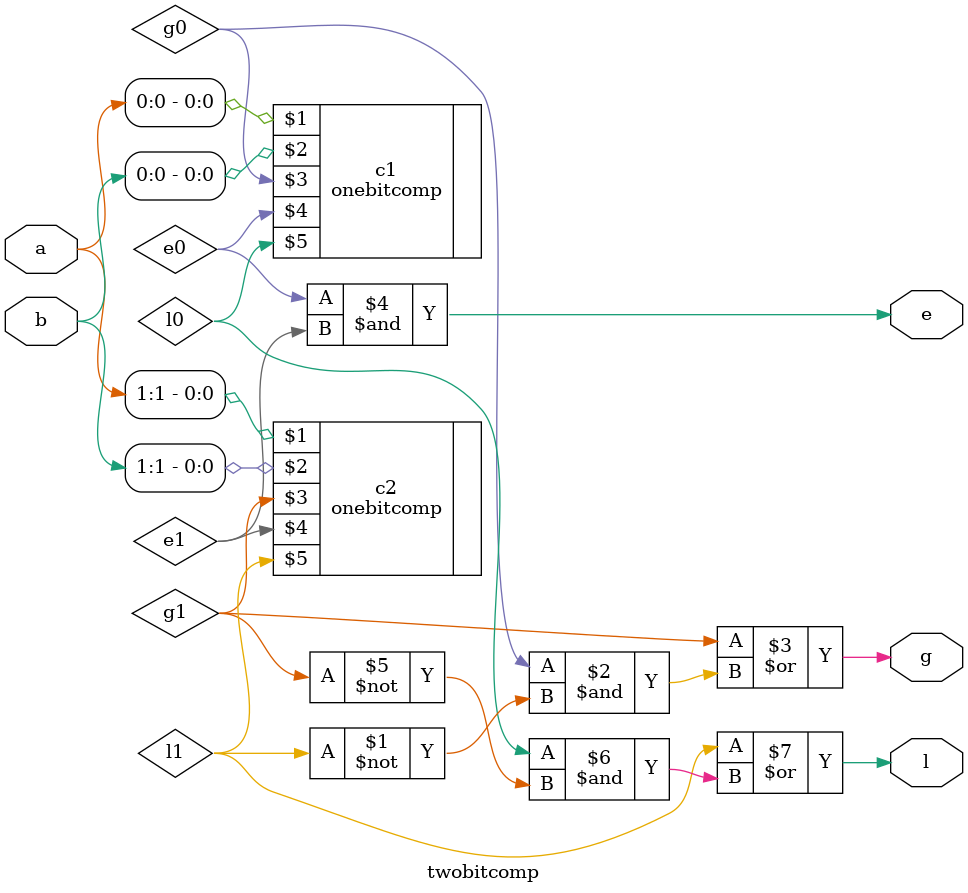
<source format=v>
`include "1bit_compa.v"
module twobitcomp(a,b,g,e,l);
input [1:0] a,b;
output g,e,l;
wire g0,g1,e0,e1,l0,l1;

onebitcomp c1(a[0],b[0],g0,e0,l0);
onebitcomp c2(a[1],b[1],g1,e1,l1);

assign g=g1|(g0&(~l1));
assign e=e0&e1;
assign l=l1|(l0&(~g1));

endmodule


</source>
